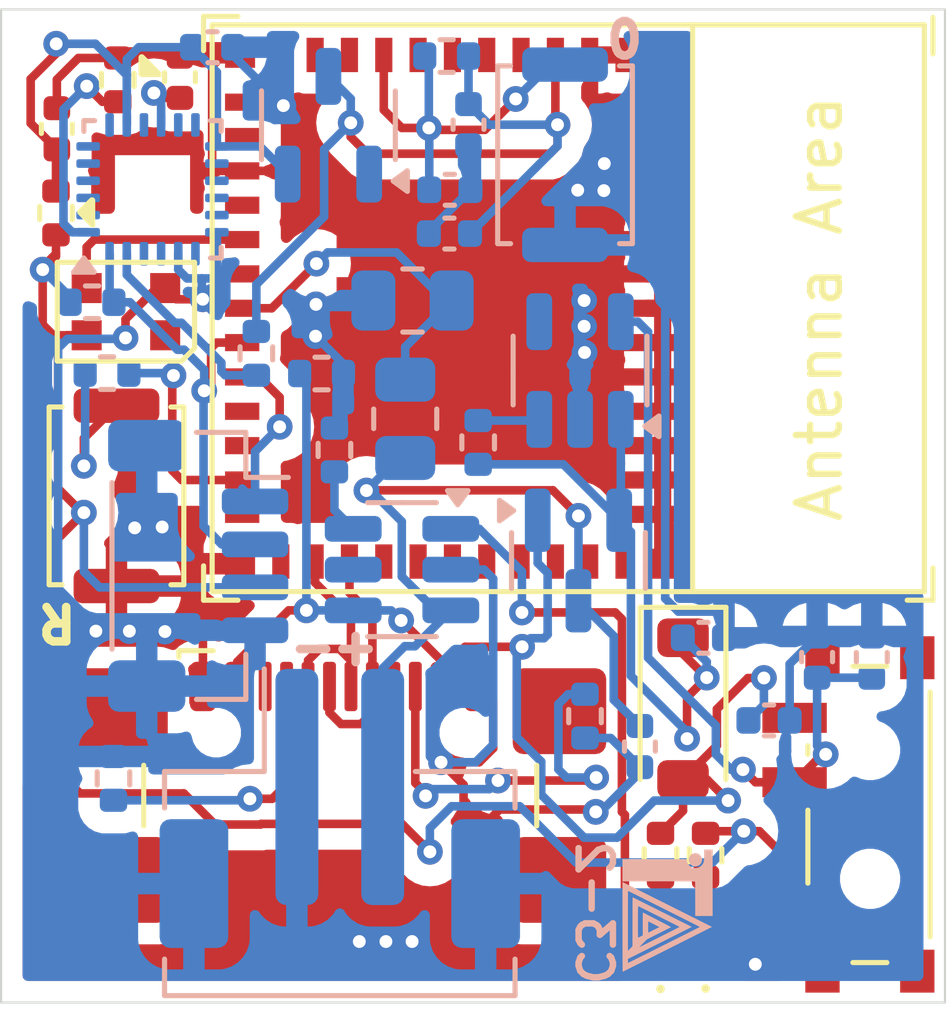
<source format=kicad_pcb>
(kicad_pcb (version 20240108) (generator "pcbnew") (generator_version "8.0")
  (layers (0 "F.Cu" signal) (31 "B.Cu" signal) (34 "B.Paste" user) (35 "F.Paste" user) (36 "B.SilkS" user "B.Silkscreen") (37 "F.SilkS" user "F.Silkscreen") (38 "B.Mask" user) (39 "F.Mask" user) (44 "Edge.Cuts" user))
  (net 0 "")
  (net 1 "SDA")
  (net 2 "SCL")
  (net 3 "+3V3")
  (net 4 "Net-(D4-K)")
  (net 5 "GND")
  (net 6 "RGB_DI")
  (net 7 "RESET")
  (net 8 "+BATT")
  (net 9 "Net-(D2-K)")
  (net 10 "USB_N")
  (net 11 "VBUS")
  (net 12 "Net-(D1-A)")
  (net 13 "Net-(D2-A)")
  (net 14 "USB_P")
  (net 16 "SP_BAT")
  (net 17 "BOOT")
  (net 19 "Net-(U1-PROG)")
  (net 21 "Net-(U4-EN)")
  (net 41 "+1V8")
  (net 42 "Net-(U6-REGOUT)")
  (net 43 "Net-(U6-RESV_VDDIO)")
  (net 55 "Net-(J2-CC2)")
  (net 58 "Net-(J2-CC1)")
  (net 59 "Net-(SW1-A)")
  (net 62 "Net-(SW3-C)")
  (footprint "Resistor_SMD:R_0402_1005Metric" (layer "F.Cu") (at 142.775 81.905 -90)
    (property "Reference" "R3" (hide yes))
    (property "Value" "2K" (hide yes))
  )
  (footprint "Connector_USB:USB_C_Receptacle_GCT_USB4110" (layer "F.Cu") (at 134.26 81.655)
    (property "Reference" "J2" (hide yes))
    (property "Value" "USB_C_Receptacle_USB2.0_16P" (hide yes))
  )
  (footprint "LED_SMD:LED_WS2812B-2020_PLCC4_2.0x2.0mm" (layer "F.Cu") (at 129.265 69.245 180)
    (property "Reference" "D3" (hide yes))
    (property "Value" "WS2812B-2020" (hide yes))
  )
  (footprint "Capacitor_SMD:C_0402_1005Metric" (layer "F.Cu") (at 127.655 64.985 90)
    (property "Reference" "C11" (hide yes))
    (property "Value" "1uF" (hide yes))
  )
  (footprint "LED_SMD:LED_0402_1005Metric" (layer "F.Cu") (at 142.775 83.92 90)
    (property "Reference" "D1" (hide yes))
    (property "Value" "RED" (hide yes))
  )
  (footprint "Capacitor_SMD:C_0402_1005Metric" (layer "F.Cu") (at 130.525 63.785 90)
    (property "Reference" "C13" (hide yes))
    (property "Value" "0.1uF" (hide yes))
  )
  (footprint "PCM_Espressif:ESP32-C3-MINI-1" (layer "F.Cu") (at 139.575 69.165 -90)
    (property "Reference" "U3" (hide yes))
    (property "Value" "ESP32-C3-MINI-1" (hide yes))
  )
  (footprint "Resistor_SMD:R_0402_1005Metric" (layer "F.Cu") (at 141.725 81.905 90)
    (property "Reference" "R10" (hide yes))
    (property "Value" "2K" (hide yes))
  )
  (footprint "Diode_SMD:D_SOD-123" (layer "F.Cu") (at 142.25 78.49 -90)
    (property "Reference" "D4" (hide yes))
    (property "Value" "MBR0530" (hide yes))
  )
  (footprint "Button_Switch_SMD:SW_Push_SPST_NO_Alps_SKRK" (layer "F.Cu") (at 129.045 73.535 -90)
    (property "Reference" "SW1" (hide yes))
    (property "Value" "Boot" (hide yes))
  )
  (footprint "LED_SMD:LED_0402_1005Metric" (layer "F.Cu") (at 141.725 83.93 90)
    (property "Reference" "D2" (hide yes))
    (property "Value" "BLUE" (hide yes))
  )
  (footprint "Resistor_SMD:R_0402_1005Metric" (layer "F.Cu") (at 129.075 63.845 90)
    (property "Reference" "R15" (hide yes))
    (property "Value" "NC" (hide yes))
  )
  (footprint "Resistor_SMD:R_0402_1005Metric" (layer "F.Cu") (at 127.635 66.945 -90)
    (property "Reference" "R8" (hide yes))
    (property "Value" "NC" (hide yes))
  )
  (footprint "Button_Switch_SMD:SW_SPDT_PCM12" (layer "F.Cu") (at 146.28 80.955 90)
    (property "Reference" "SW3" (hide yes))
    (property "Value" "SW_SPDT_312" (hide yes))
  )
  (footprint "Resistor_SMD:R_0402_1005Metric" (layer "B.Cu") (at 133.825 70.685)
    (property "Reference" "R12" (hide yes))
    (property "Value" "10K" (hide yes))
  )
  (footprint "Resistor_SMD:R_0402_1005Metric" (layer "B.Cu") (at 128.825 70.675 180)
    (property "Reference" "R1" (hide yes))
    (property "Value" "10K" (hide yes))
  )
  (footprint "Capacitor_SMD:C_0402_1005Metric" (layer "B.Cu") (at 141.245 79.375 -90)
    (property "Reference" "C2" (hide yes))
    (property "Value" "10uF" (hide yes))
  )
  (footprint "Button_Switch_SMD:SW_Push_SPST_NO_Alps_SKRK" (layer "B.Cu") (at 139.5 65.59 -90)
    (property "Reference" "SW2" (hide yes))
    (property "Value" "Reset" (hide yes))
  )
  (footprint "LOGO" (layer "B.Cu") (at 141.915 83.275 90)
    (property "Reference" "G***" (hide yes))
    (property "Value" "LOGO" (hide yes))
  )
  (footprint "Package_TO_SOT_SMD:TSOT-23-6" (layer "B.Cu") (at 135.7 75.2525 180)
    (property "Reference" "U1" (hide yes))
    (property "Value" "TP4057" (hide yes))
  )
  (footprint "Capacitor_SMD:C_0402_1005Metric" (layer "B.Cu") (at 144.255 78.765)
    (property "Reference" "C3" (hide yes))
    (property "Value" "10uF" (hide yes))
  )
  (footprint "Resistor_SMD:R_0805_2012Metric" (layer "B.Cu") (at 135.775 71.74 90)
    (property "Reference" "R4" (hide yes))
    (property "Value" "442K" (hide yes))
  )
  (footprint "Capacitor_SMD:C_0402_1005Metric" (layer "B.Cu") (at 142.725 76.84)
    (property "Reference" "C7" (hide yes))
    (property "Value" "1.0uF" (hide yes))
  )
  (footprint "Resistor_SMD:R_0402_1005Metric" (layer "B.Cu") (at 139.965 78.665 90)
    (property "Reference" "R6" (hide yes))
    (property "Value" "5.1K" (hide yes))
  )
  (footprint "Capacitor_SMD:C_0402_1005Metric" (layer "B.Cu") (at 136.815 66.405)
    (property "Reference" "C4" (hide yes))
    (property "Value" "100nF" (hide yes))
  )
  (footprint "Connector_JST:JST_PH_B2B-PH-SM4-TB_1x02-1MP_P2.00mm_Vertical" (layer "B.Cu") (at 134.25 80.815)
    (property "Reference" "J1" (hide yes))
    (property "Value" "PH2.0" (hide yes))
  )
  (footprint "Capacitor_SMD:C_0402_1005Metric" (layer "B.Cu") (at 145.375 77.29 90)
    (property "Reference" "C9" (hide yes))
    (property "Value" "1.0uF" (hide yes))
  )
  (footprint "Resistor_SMD:R_0402_1005Metric" (layer "B.Cu") (at 128.975 80.115 -90)
    (property "Reference" "R7" (hide yes))
    (property "Value" "5.1K" (hide yes))
  )
  (footprint "Resistor_SMD:R_0402_1005Metric" (layer "B.Cu") (at 128.475 69.025)
    (property "Reference" "R9" (hide yes))
    (property "Value" "10K" (hide yes))
  )
  (footprint "Capacitor_SMD:C_0402_1005Metric" (layer "B.Cu") (at 137.25 64.89 -90)
    (property "Reference" "C1" (hide yes))
    (property "Value" "1.0uF" (hide yes))
  )
  (footprint "Capacitor_SMD:C_0402_1005Metric" (layer "B.Cu") (at 146.65 77.29 90)
    (property "Reference" "C8" (hide yes))
    (property "Value" "1.0uF" (hide yes))
  )
  (footprint "Package_TO_SOT_SMD:SOT-23-5" (layer "B.Cu") (at 139.85 70.615 90)
    (property "Reference" "U4" (hide yes))
    (property "Value" "AP2112K-3.3" (hide yes))
  )
  (footprint "Resistor_SMD:R_0402_1005Metric" (layer "B.Cu") (at 137.475 72.29 90)
    (property "Reference" "R13" (hide yes))
    (property "Value" "10K" (hide yes))
  )
  (footprint "Resistor_SMD:R_0805_2012Metric" (layer "B.Cu") (at 135.945 68.985 180)
    (property "Reference" "R5" (hide yes))
    (property "Value" "160K" (hide yes))
  )
  (footprint "Resistor_SMD:R_0402_1005Metric" (layer "B.Cu") (at 132.305 70.215 90)
    (property "Reference" "R14" (hide yes))
    (property "Value" "10K" (hide yes))
  )
  (footprint "Package_TO_SOT_SMD:SOT-23" (layer "B.Cu") (at 139.8125 75.04 -90)
    (property "Reference" "Q1" (hide yes))
    (property "Value" "AO3401A" (hide yes))
  )
  (footprint "Resistor_SMD:R_0402_1005Metric" (layer "B.Cu") (at 134.125 72.465 90)
    (property "Reference" "R2" (hide yes))
    (property "Value" "2K" (hide yes))
  )
  (footprint "Sensor_Motion:InvenSense_QFN-24_3x3mm_P0.4mm" (layer "B.Cu") (at 129.885 66.395)
    (property "Reference" "U6" (hide yes))
    (property "Value" "MPU-9250" (hide yes))
  )
  (footprint "Connector_JST:JST_SH_BM04B-SRSS-TB_1x04-1MP_P1.00mm_Vertical" (layer "B.Cu") (at 130.95 75.165 -90)
    (property "Reference" "J3" (hide yes))
    (property "Value" "SH1.0" (hide yes))
  )
  (footprint "Capacitor_SMD:C_0402_1005Metric" (layer "B.Cu") (at 131.285 63.085)
    (property "Reference" "C12" (hide yes))
    (property "Value" "1uF" (hide yes))
  )
  (footprint "Capacitor_SMD:C_0402_1005Metric" (layer "B.Cu") (at 136.805 67.425 180)
    (property "Reference" "C10" (hide yes))
    (property "Value" "1uF" (hide yes))
  )
  (footprint "Resistor_SMD:R_0402_1005Metric" (layer "B.Cu") (at 136.74 63.29 180)
    (property "Reference" "R11" (hide yes))
    (property "Value" "10K" (hide yes))
  )
  (footprint "Package_TO_SOT_SMD:SOT-23-3" (layer "B.Cu") (at 133.985 64.9025 90)
    (property "Reference" "U5" (hide yes))
    (property "Value" "XC6206P182MR" (hide yes))
  )
  (gr_poly (pts (xy 129.633162 63.705) (xy 129.633162 63.323162) (xy 130.015 63.705)) (stroke (width 0.15)) (fill solid) (layer "F.SilkS"))
  (gr_poly (pts (xy 128.205 66.925) (xy 128.475 67.195) (xy 128.475 66.655)) (stroke (width 0.15)) (fill solid) (layer "F.SilkS"))
  (gr_line (start 148.355 62.205) (end 148.355 85.335) (stroke (width 0.05)) (layer "Edge.Cuts"))
  (gr_line (start 148.355 85.335) (end 126.355 85.335) (stroke (width 0.05)) (layer "Edge.Cuts"))
  (gr_line (start 148.355 62.205) (end 126.355 62.205) (stroke (width 0.05)) (layer "Edge.Cuts"))
  (gr_line (start 126.355 62.205) (end 126.355 85.335) (stroke (width 0.05)) (layer "Edge.Cuts"))
  (gr_text "C3-2" (at 139.71 85 270) (layer "B.SilkS") (effects (font (size 0.8 0.8) (thickness 0.15) (bold yes)) (justify left bottom mirror)))
  (gr_text "0" (at 140.375 63.385 0) (layer "B.SilkS") (effects (font (size 0.8 0.8) (thickness 0.2) (bold yes)) (justify right bottom mirror)))
  (gr_text "+-" (at 135.245 77.515 0) (layer "B.SilkS") (effects (font (size 0.8 0.8) (thickness 0.2) (bold yes)) (justify left bottom mirror)))
  (gr_text "R" (at 128.195 76.015 180) (layer "F.SilkS") (effects (font (size 0.8 0.8) (thickness 0.2) (bold yes)) (justify left bottom)))
  (segment (start 131.375 69.965) (end 131.975 69.965) (width 0.2) (layer "F.Cu") (net 1))
  (segment (start 131.25 70.09) (end 131.375 69.965) (width 0.2) (layer "F.Cu") (net 1))
  (segment (start 131.089941 71.086324) (end 131.25 70.926265) (width 0.2) (layer "F.Cu") (net 1))
  (segment (start 131.25 70.926265) (end 131.25 70.09) (width 0.2) (layer "F.Cu") (net 1))
  (via (at 131.089941 71.086324) (size 0.6) (drill 0.3) (layers "F.Cu" "B.Cu") (net 1))
  (segment (start 131.074998 71.101267) (end 131.074998 74.239997) (width 0.2) (layer "B.Cu") (net 1))
  (segment (start 131.074998 74.239997) (end 131.500001 74.665) (width 0.2) (layer "B.Cu") (net 1))
  (segment (start 131.089941 71.086324) (end 131.074998 71.101267) (width 0.2) (layer "B.Cu") (net 1))
  (segment (start 129.358238 69.025) (end 128.985 69.025) (width 0.2) (layer "B.Cu") (net 1))
  (segment (start 131.500001 74.665) (end 132.275 74.665) (width 0.2) (layer "B.Cu") (net 1))
  (segment (start 128.985 69.025) (end 128.885 68.925) (width 0.2) (layer "B.Cu") (net 1))
  (segment (start 131.089941 70.599214) (end 130.621716 70.130989) (width 0.2) (layer "B.Cu") (net 1))
  (segment (start 130.464227 70.130989) (end 129.358238 69.025) (width 0.2) (layer "B.Cu") (net 1))
  (segment (start 128.885 68.925) (end 128.885 67.895) (width 0.2) (layer "B.Cu") (net 1))
  (segment (start 131.089941 71.086324) (end 131.089941 70.599214) (width 0.2) (layer "B.Cu") (net 1))
  (segment (start 130.621716 70.130989) (end 130.464227 70.130989) (width 0.2) (layer "B.Cu") (net 1))
  (segment (start 132.848257 71.926337) (end 132.848257 71.238257) (width 0.2) (layer "F.Cu") (net 2))
  (segment (start 132.375 70.765) (end 131.975 70.765) (width 0.2) (layer "F.Cu") (net 2))
  (segment (start 132.848257 71.238257) (end 132.375 70.765) (width 0.2) (layer "F.Cu") (net 2))
  (via (at 132.848257 71.926337) (size 0.6) (drill 0.3) (layers "F.Cu" "B.Cu") (net 2))
  (segment (start 131.489941 70.637795) (end 131.489941 70.433528) (width 0.2) (layer "B.Cu") (net 2))
  (segment (start 130.403924 69.505) (end 129.285 68.386076) (width 0.2) (layer "B.Cu") (net 2))
  (segment (start 132.275 73.665) (end 131.975 73.365) (width 0.2) (layer "B.Cu") (net 2))
  (segment (start 130.561413 69.505) (end 130.403924 69.505) (width 0.2) (layer "B.Cu") (net 2))
  (segment (start 132.275 73.665) (end 132.275 72.499594) (width 0.2) (layer "B.Cu") (net 2))
  (segment (start 131.489941 70.433528) (end 130.561413 69.505) (width 0.2) (layer "B.Cu") (net 2))
  (segment (start 132.305 70.725) (end 131.577146 70.725) (width 0.2) (layer "B.Cu") (net 2))
  (segment (start 131.577146 70.725) (end 131.489941 70.637795) (width 0.2) (layer "B.Cu") (net 2))
  (segment (start 129.285 68.386076) (end 129.285 67.895) (width 0.2) (layer "B.Cu") (net 2))
  (segment (start 132.275 72.499594) (end 132.848257 71.926337) (width 0.2) (layer "B.Cu") (net 2))
  (segment (start 127.685 70.005) (end 127.685 73.365) (width 0.2) (layer "F.Cu") (net 3))
  (segment (start 127.895 69.795) (end 127.685 70.005) (width 0.2) (layer "F.Cu") (net 3))
  (segment (start 128.245 73.925) (end 128.285 73.925) (width 0.2) (layer "F.Cu") (net 3))
  (segment (start 130.615 80.465) (end 128.195 80.465) (width 0.2) (layer "F.Cu") (net 3))
  (segment (start 139.275 64.84) (end 139.325 64.89) (width 0.2) (layer "F.Cu") (net 3))
  (segment (start 143.665 81.345) (end 144.03 81.345) (width 0.2) (layer "F.Cu") (net 3))
  (segment (start 128.195 80.465) (end 127.565 79.835) (width 0.2) (layer "F.Cu") (net 3))
  (segment (start 136.35 81.825) (end 135.7 81.175) (width 0.2) (layer "F.Cu") (net 3))
  (segment (start 143.665 81.345) (end 142.825 81.345) (width 0.2) (layer "F.Cu") (net 3))
  (segment (start 144.03 81.345) (end 144.55 81.865) (width 0.2) (layer "F.Cu") (net 3))
  (segment (start 134.505 64.845) (end 134.505 65.175) (width 0.2) (layer "F.Cu") (net 3))
  (segment (start 131.34 81.19) (end 130.615 80.465) (width 0.2) (layer "F.Cu") (net 3))
  (segment (start 144.55 81.865) (end 144.55 83.19) (width 0.2) (layer "F.Cu") (net 3))
  (segment (start 132.418529 81.175) (end 132.403529 81.19) (width 0.2) (layer "F.Cu") (net 3))
  (segment (start 128.35 69.795) (end 127.895 69.795) (width 0.2) (layer "F.Cu") (net 3))
  (segment (start 139.145 65.565) (end 139.325 65.385) (width 0.2) (layer "F.Cu") (net 3))
  (segment (start 127.325 68.205) (end 127.325 69.545) (width 0.2) (layer "F.Cu") (net 3))
  (segment (start 127.635 67.895) (end 127.325 68.205) (width 0.2) (layer "F.Cu") (net 3))
  (segment (start 134.505 65.175) (end 134.895 65.565) (width 0.2) (layer "F.Cu") (net 3))
  (segment (start 127.565 74.645) (end 128.285 73.925) (width 0.2) (layer "F.Cu") (net 3))
  (segment (start 127.635 67.955) (end 127.635 67.895) (width 0.2) (layer "F.Cu") (net 3))
  (segment (start 134.895 65.565) (end 139.145 65.565) (width 0.2) (layer "F.Cu") (net 3))
  (segment (start 127.575 69.795) (end 128.35 69.795) (width 0.2) (layer "F.Cu") (net 3))
  (segment (start 139.325 65.385) (end 139.325 64.89) (width 0.2) (layer "F.Cu") (net 3))
  (segment (start 132.403529 81.19) (end 131.34 81.19) (width 0.2) (layer "F.Cu") (net 3))
  (segment (start 127.685 73.365) (end 128.245 73.925) (width 0.2) (layer "F.Cu") (net 3))
  (segment (start 127.325 68.265) (end 127.635 67.955) (width 0.2) (layer "F.Cu") (net 3))
  (segment (start 127.325 69.545) (end 127.575 69.795) (width 0.2) (layer "F.Cu") (net 3))
  (segment (start 135.7 81.175) (end 132.418529 81.175) (width 0.2) (layer "F.Cu") (net 3))
  (segment (start 139.275 63.265) (end 139.275 64.84) (width 0.2) (layer "F.Cu") (net 3))
  (segment (start 142.825 81.345) (end 142.775 81.395) (width 0.2) (layer "F.Cu") (net 3))
  (segment (start 127.565 79.835) (end 127.565 74.645) (width 0.2) (layer "F.Cu") (net 3))
  (segment (start 127.635 67.455) (end 127.635 67.895) (width 0.2) (layer "F.Cu") (net 3))
  (via (at 136.35 81.825) (size 0.6) (drill 0.3) (layers "F.Cu" "B.Cu") (net 3))
  (via (at 134.505 64.845) (size 0.6) (drill 0.3) (layers "F.Cu" "B.Cu") (net 3))
  (via (at 143.665 81.345) (size 0.6) (drill 0.3) (layers "F.Cu" "B.Cu") (net 3))
  (via (at 127.325 68.265) (size 0.6) (drill 0.3) (layers "F.Cu" "B.Cu") (net 3))
  (via (at 128.285 73.925) (size 0.6) (drill 0.3) (layers "F.Cu" "B.Cu") (net 3))
  (via (at 139.325 64.89) (size 0.6) (drill 0.3) (layers "F.Cu" "B.Cu") (net 3))
  (segment (start 128.65 75.665) (end 132.275 75.665) (width 0.2) (layer "B.Cu") (net 3))
  (segment (start 133.885 65.465) (end 134.505 64.845) (width 0.2) (layer "B.Cu") (net 3))
  (segment (start 137.25 64.41) (end 137.73 64.89) (width 0.2) (layer "B.Cu") (net 3))
  (segment (start 143.665 81.345) (end 142.935 82.075) (width 0.2) (layer "B.Cu") (net 3))
  (segment (start 134.505 64.845) (end 134.505 64.285) (width 0.2) (layer "B.Cu") (net 3))
  (segment (start 134.505 64.285) (end 133.985 63.765) (width 0.2) (layer "B.Cu") (net 3))
  (segment (start 136.855 80.765) (end 136.35 81.27) (width 0.2) (layer "B.Cu") (net 3))
  (segment (start 132.305 68.61) (end 133.885 67.03) (width 0.2) (layer "B.Cu") (net 3))
  (segment (start 133.885 67.03) (end 133.885 65.465) (width 0.2) (layer "B.Cu") (net 3))
  (segment (start 127.965 69.025) (end 127.965 68.905) (width 0.2) (layer "B.Cu") (net 3))
  (segment (start 137.25 63.29) (end 137.25 64.41) (width 0.2) (layer "B.Cu") (net 3))
  (segment (start 139.325 65.385) (end 139.325 64.89) (width 0.2) (layer "B.Cu") (net 3))
  (segment (start 127.965 68.905) (end 127.325 68.265) (width 0.2) (layer "B.Cu") (net 3))
  (segment (start 142.935 82.075) (end 139.755 82.075) (width 0.2) (layer "B.Cu") (net 3))
  (segment (start 137.73 64.89) (end 139.325 64.89) (width 0.2) (layer "B.Cu") (net 3))
  (segment (start 137.285 67.425) (end 139.325 65.385) (width 0.2) (layer "B.Cu") (net 3))
  (segment (start 136.35 81.27) (end 136.35 81.825) (width 0.2) (layer "B.Cu") (net 3))
  (segment (start 132.305 69.705) (end 132.305 68.61) (width 0.2) (layer "B.Cu") (net 3))
  (segment (start 128.285 75.3) (end 128.65 75.665) (width 0.2) (layer "B.Cu") (net 3))
  (segment (start 139.755 82.075) (end 138.445 80.765) (width 0.2) (layer "B.Cu") (net 3))
  (segment (start 128.285 73.925) (end 128.285 75.3) (width 0.2) (layer "B.Cu") (net 3))
  (segment (start 138.445 80.765) (end 136.855 80.765) (width 0.2) (layer "B.Cu") (net 3))
  (segment (start 142.801765 77.768235) (end 142.343728 78.226272) (width 0.2) (layer "F.Cu") (net 4))
  (segment (start 142.25 76.84) (end 142.25 77.21647) (width 0.2) (layer "F.Cu") (net 4))
  (segment (start 142.25 77.21647) (end 142.801765 77.768235) (width 0.2) (layer "F.Cu") (net 4))
  (segment (start 142.343728 78.226272) (end 142.343728 79.19) (width 0.2) (layer "F.Cu") (net 4))
  (via (at 142.343728 79.19) (size 0.6) (drill 0.3) (layers "F.Cu" "B.Cu") (net 4))
  (via (at 142.801765 77.768235) (size 0.6) (drill 0.3) (layers "F.Cu" "B.Cu") (net 4))
  (segment (start 142.801765 77.396765) (end 142.245 76.84) (width 0.2) (layer "B.Cu") (net 4))
  (segment (start 140.8 71.7525) (end 140.8 74.065) (width 0.2) (layer "B.Cu") (net 4))
  (segment (start 142.343728 79.035199) (end 141.035 77.726471) (width 0.2) (layer "B.Cu") (net 4))
  (segment (start 139.46 72.8) (end 140.7625 74.1025) (width 0.2) (layer "B.Cu") (net 4))
  (segment (start 140.8 74.065) (end 140.7625 74.1025) (width 0.2) (layer "B.Cu") (net 4))
  (segment (start 142.343728 79.19) (end 142.343728 79.035199) (width 0.2) (layer "B.Cu") (net 4))
  (segment (start 142.801765 77.768235) (end 142.801765 77.396765) (width 0.2) (layer "B.Cu") (net 4))
  (segment (start 137.475 72.8) (end 139.46 72.8) (width 0.2) (layer "B.Cu") (net 4))
  (segment (start 141.035 77.726471) (end 141.035 74.375) (width 0.2) (layer "B.Cu") (net 4))
  (segment (start 141.035 74.375) (end 140.7625 74.1025) (width 0.2) (layer "B.Cu") (net 4))
  (segment (start 128.158406 63.335) (end 129.075 63.335) (width 0.2) (layer "F.Cu") (net 5))
  (segment (start 130.175 76.695) (end 130.865 76.695) (width 0.2) (layer "F.Cu") (net 5))
  (segment (start 131.925 63.215) (end 132.825 63.215) (width 0.2) (layer "F.Cu") (net 5))
  (segment (start 137.135 80.263495) (end 136.609999 79.738494) (width 0.2) (layer "F.Cu") (net 5))
  (segment (start 137.501506 79.738494) (end 137.825 79.415) (width 0.2) (layer "F.Cu") (net 5))
  (segment (start 132.935 63.325) (end 132.875 63.265) (width 0.2) (layer "F.Cu") (net 5))
  (segment (start 127.655 63.838406) (end 128.158406 63.335) (width 0.2) (layer "F.Cu") (net 5))
  (segment (start 140.215769 80.895) (end 140.145 80.895) (width 0.2) (layer "F.Cu") (net 5))
  (segment (start 131.975 65.965) (end 133.675 65.965) (width 0.2) (layer "F.Cu") (net 5))
  (segment (start 130.865 76.695) (end 131.06 76.89) (width 0.2) (layer "F.Cu") (net 5))
  (segment (start 127.562567 64.512567) (end 127.675 64.625) (width 0.2) (layer "F.Cu") (net 5))
  (segment (start 129.255727 69.855001) (end 129.255727 69.419273) (width 0.2) (layer "F.Cu") (net 5))
  (segment (start 131.275 65.735) (end 131.505 65.965) (width 0.2) (layer "F.Cu") (net 5))
  (segment (start 136.609999 79.738494) (end 137.501506 79.738494) (width 0.2) (layer "F.Cu") (net 5))
  (segment (start 129.98 68.695) (end 130.18 68.695) (width 0.2) (layer "F.Cu") (net 5))
  (segment (start 129.255727 69.419273) (end 129.98 68.695) (width 0.2) (layer "F.Cu") (net 5))
  (segment (start 137.63 81.185) (end 137.135 81.185) (width 0.2) (layer "F.Cu") (net 5))
  (segment (start 132.935 64.445) (end 132.935 63.325) (width 0.2) (layer "F.Cu") (net 5))
  (segment (start 132.825 63.215) (end 132.875 63.265) (width 0.2) (layer "F.Cu") (net 5))
  (segment (start 131.06 76.89) (end 131.06 77.975) (width 0.2) (layer "F.Cu") (net 5))
  (segment (start 137.825 78.34) (end 137.46 77.975) (width 0.2) (layer "F.Cu") (net 5))
  (segment (start 131.505 65.965) (end 131.975 65.965) (width 0.2) (layer "F.Cu") (net 5))
  (segment (start 133.675 65.965) (end 134.9 67.19) (width 0.2) (layer "F.Cu") (net 5))
  (segment (start 137.825 79.415) (end 137.825 78.34) (width 0.2) (layer "F.Cu") (net 5))
  (segment (start 140.09 80.84) (end 137.975 80.84) (width 0.2) (layer "F.Cu") (net 5))
  (segment (start 137.975 80.84) (end 137.63 81.185) (width 0.2) (layer "F.Cu") (net 5))
  (segment (start 130.44 68.955) (end 130.18 68.695) (width 0.2) (layer "F.Cu") (net 5))
  (segment (start 131.275 63.405) (end 131.275 65.735) (width 0.2) (layer "F.Cu") (net 5))
  (segment (start 137.135 81.185) (end 137.135 80.263495) (width 0.2) (layer "F.Cu") (net 5))
  (segment (start 131.055 68.955) (end 130.44 68.955) (width 0.2) (layer "F.Cu") (net 5))
  (segment (start 131.465 63.215) (end 131.275 63.405) (width 0.2) (layer "F.Cu") (net 5))
  (segment (start 127.655 64.505) (end 127.655 63.838406) (width 0.2) (layer "F.Cu") (net 5))
  (segment (start 131.925 63.215) (end 131.465 63.215) (width 0.2) (layer "F.Cu") (net 5))
  (segment (start 140.145 80.895) (end 140.09 80.84) (width 0.2) (layer "F.Cu") (net 5))
  (via (at 131.055 68.955) (size 0.6) (drill 0.3) (layers "F.Cu" "B.Cu") (net 5))
  (via (at 140.415 65.795) (size 0.6) (drill 0.3) (layers "F.Cu" "B.Cu") (net 5))
  (via (at 139.795 66.415) (size 0.6) (drill 0.3) (layers "F.Cu" "B.Cu") (net 5))
  (via (at 139.945 69.585) (size 0.6) (drill 0.3) (layers "F.Cu" "B.Cu") (net 5))
  (via (at 143.935 84.445) (size 0.6) (drill 0.3) (layers "F.Cu" "B.Cu") (net 5))
  (via (at 140.405 66.425) (size 0.6) (drill 0.3) (layers "F.Cu" "B.Cu") (net 5))
  (via (at 129.255727 69.855001) (size 0.6) (drill 0.3) (layers "F.Cu" "B.Cu") (net 5))
  (via (at 129.345 76.685) (size 0.6) (drill 0.3) (layers "F.Cu" "B.Cu") (net 5))
  (via (at 132.935 64.445) (size 0.6) (drill 0.3) (layers "F.Cu" "B.Cu") (net 5))
  (via (at 130.175 76.695) (size 0.6) (drill 0.3) (layers "F.Cu" "B.Cu") (net 5))
  (via (at 133.685 69.815) (size 0.6) (drill 0.3) (layers "F.Cu" "B.Cu") (net 5))
  (via (at 136.609999 79.738494) (size 0.6) (drill 0.3) (layers "F.Cu" "B.Cu") (net 5))
  (via (at 128.565 76.685) (size 0.6) (drill 0.3) (layers "F.Cu" "B.Cu") (net 5))
  (via (at 135.325 83.915) (size 0.6) (drill 0.3) (layers "F.Cu" "B.Cu") (net 5))
  (via (at 129.47 74.28) (size 0.6) (drill 0.3) (layers "F.Cu" "B.Cu") (net 5))
  (via (at 130.11 74.26) (size 0.6) (drill 0.3) (layers "F.Cu" "B.Cu") (net 5))
  (via (at 133.695 69.075) (size 0.6) (drill 0.3) (layers "F.Cu" "B.Cu") (net 5))
  (via (at 140.215769 80.895) (size 0.6) (drill 0.3) (layers "F.Cu" "B.Cu") (net 5))
  (via (at 139.955 70.195) (size 0.6) (drill 0.3) (layers "F.Cu" "B.Cu") (net 5))
  (via (at 134.705 83.915) (size 0.6) (drill 0.3) (layers "F.Cu" "B.Cu") (net 5))
  (via (at 139.945 68.985) (size 0.6) (drill 0.3) (layers "F.Cu" "B.Cu") (net 5))
  (via (at 135.935 83.915) (size 0.6) (drill 0.3) (layers "F.Cu" "B.Cu") (net 5))
  (segment (start 127.685 70.095) (end 127.685 75.805) (width 0.2) (layer "B.Cu") (net 5))
  (segment (start 141.835 67.995) (end 141.835 75.925) (width 0.2) (layer "B.Cu") (net 5))
  (segment (start 131.385 68.355) (end 131.385 67.395) (width 0.2) (layer "B.Cu") (net 5))
  (segment (start 134.125 71.955) (end 134.335 71.745) (width 0.2) (layer "B.Cu") (net 5))
  (segment (start 136.325 67.375) (end 137.295 66.405) (width 0.2) (layer "B.Cu") (net 5))
  (segment (start 144.735 78.765) (end 144.735 77.45) (width 0.2) (layer "B.Cu") (net 5))
  (segment (start 137.825 79.329594) (end 137.825 75.465) (width 0.2) (layer "B.Cu") (net 5))
  (segment (start 141.53 67.69) (end 141.835 67.995) (width 0.2) (layer "B.Cu") (net 5))
  (segment (start 137.6125 75.2525) (end 136.8375 75.2525) (width 0.2) (layer "B.Cu") (net 5))
  (segment (start 139.5 67.69) (end 141.53 67.69) (width 0.2) (layer "B.Cu") (net 5))
  (segment (start 134.335 70.685) (end 134.335 70.465) (width 0.2) (layer "B.Cu") (net 5))
  (segment (start 144.735 77.45) (end 145.375 76.81) (width 0.2) (layer "B.Cu") (net 5))
  (segment (start 141.245 79.976471) (end 141.245 79.855) (width 0.2) (layer "B.Cu") (net 5))
  (segment (start 136.325 67.425) (end 136.325 67.375) (width 0.2) (layer "B.Cu") (net 5))
  (segment (start 131.765 63.085) (end 131.765 63.275) (width 0.2) (layer "B.Cu") (net 5))
  (segment (start 134.335 71.745) (end 134.335 70.685) (width 0.2) (layer "B.Cu") (net 5))
  (segment (start 140.565 79.175) (end 139.965 79.175) (width 0.2) (layer "B.Cu") (net 5))
  (segment (start 130.485 67.895) (end 130.485 68.26636) (width 0.2) (layer "B.Cu") (net 5))
  (segment (start 137.825 75.465) (end 137.6125 75.2525) (width 0.2) (layer "B.Cu") (net 5))
  (segment (start 131.035 68.47) (end 131.27 68.47) (width 0.2) (layer "B.Cu") (net 5))
  (segment (start 142.98 76.23) (end 143.205 76.455) (width 0.2) (layer "B.Cu") (net 5))
  (segment (start 129.255727 69.855001) (end 129.233337 69.877391) (width 0.2) (layer "B.Cu") (net 5))
  (segment (start 127.685 75.805) (end 128.565 76.685) (width 0.2) (layer "B.Cu") (net 5))
  (segment (start 130.485 68.26636) (end 130.68864 68.47) (width 0.2) (layer "B.Cu") (net 5))
  (segment (start 129.233337 69.877391) (end 127.902609 69.877391) (width 0.2) (layer "B.Cu") (net 5))
  (segment (start 140.326471 80.895) (end 141.245 79.976471) (width 0.2) (layer "B.Cu") (net 5))
  (segment (start 141.245 79.855) (end 140.565 79.175) (width 0.2) (layer "B.Cu") (net 5))
  (segment (start 137.4161 79.738494) (end 137.825 79.329594) (width 0.2) (layer "B.Cu") (net 5))
  (segment (start 145.375 76.81) (end 145.345 76.84) (width 0.2) (layer "B.Cu") (net 5))
  (segment (start 145.345 76.84) (end 143.205 76.84) (width 0.2) (layer "B.Cu") (net 5))
  (segment (start 134.335 70.465) (end 133.685 69.815) (width 0.2) (layer "B.Cu") (net 5))
  (segment (start 131.765 63.275) (end 132.935 64.445) (width 0.2) (layer "B.Cu") (net 5))
  (segment (start 131.035 68.47) (end 131.035 68.935) (width 0.2) (layer "B.Cu") (net 5))
  (segment (start 142.14 76.23) (end 142.98 76.23) (width 0.2) (layer "B.Cu") (net 5))
  (segment (start 130.68864 68.47) (end 131.035 68.47) (width 0.2) (layer "B.Cu") (net 5))
  (segment (start 143.205 76.455) (end 143.205 76.84) (width 0.2) (layer "B.Cu") (net 5))
  (segment (start 141.835 75.925) (end 142.14 76.23) (width 0.2) (layer "B.Cu") (net 5))
  (segment (start 136.609999 79.738494) (end 137.4161 79.738494) (width 0.2) (layer "B.Cu") (net 5))
  (segment (start 127.902609 69.877391) (end 127.685 70.095) (width 0.2) (layer "B.Cu") (net 5))
  (segment (start 140.215769 80.895) (end 140.326471 80.895) (width 0.2) (layer "B.Cu") (net 5))
  (segment (start 131.27 68.47) (end 131.385 68.355) (width 0.2) (layer "B.Cu") (net 5))
  (segment (start 131.035 68.935) (end 131.055 68.955) (width 0.2) (layer "B.Cu") (net 5))
  (segment (start 128.35 67.74) (end 128.35 68.695) (width 0.2) (layer "F.Cu") (net 6))
  (segment (start 128.525 67.565) (end 128.35 67.74) (width 0.2) (layer "F.Cu") (net 6))
  (segment (start 131.975 67.565) (end 128.525 67.565) (width 0.2) (layer "F.Cu") (net 6))
  (segment (start 137.63 65.01) (end 136.37 65.01) (width 0.2) (layer "F.Cu") (net 7))
  (segment (start 138.35 64.29) (end 137.63 65.01) (width 0.2) (layer "F.Cu") (net 7))
  (segment (start 136.325 64.965) (end 135.695 64.965) (width 0.2) (layer "F.Cu") (net 7))
  (segment (start 135.275 64.545) (end 135.275 63.265) (width 0.2) (layer "F.Cu") (net 7))
  (segment (start 136.37 65.01) (end 136.325 64.965) (width 0.2) (layer "F.Cu") (net 7))
  (segment (start 135.695 64.965) (end 135.275 64.545) (width 0.2) (layer "F.Cu") (net 7))
  (via (at 136.325 64.965) (size 0.6) (drill 0.3) (layers "F.Cu" "B.Cu") (net 7))
  (via (at 138.35 64.29) (size 0.6) (drill 0.3) (layers "F.Cu" "B.Cu") (net 7))
  (segment (start 136.335 66.405) (end 136.335 64.975) (width 0.2) (layer "B.Cu") (net 7))
  (segment (start 136.325 64.965) (end 136.325 63.385) (width 0.2) (layer "B.Cu") (net 7))
  (segment (start 136.325 63.385) (end 136.23 63.29) (width 0.2) (layer "B.Cu") (net 7))
  (segment (start 136.335 64.975) (end 136.325 64.965) (width 0.2) (layer "B.Cu") (net 7))
  (segment (start 139.5 63.49) (end 139.15 63.49) (width 0.2) (layer "B.Cu") (net 7))
  (segment (start 139.15 63.49) (end 138.35 64.29) (width 0.2) (layer "B.Cu") (net 7))
  (segment (start 134.877281 73.405) (end 134.870958 73.411323) (width 0.2) (layer "F.Cu") (net 8))
  (segment (start 139.8125 74.001027) (end 139.216473 73.405) (width 0.2) (layer "F.Cu") (net 8))
  (segment (start 139.216473 73.405) (end 134.877281 73.405) (width 0.2) (layer "F.Cu") (net 8))
  (via (at 134.870958 73.411323) (size 0.6) (drill 0.3) (layers "F.Cu" "B.Cu") (net 8))
  (via (at 139.8125 74.001027) (size 0.6) (drill 0.3) (layers "F.Cu" "B.Cu") (net 8))
  (segment (start 136.484448 76.2025) (end 136.8375 76.2025) (width 0.2) (layer "B.Cu") (net 8))
  (segment (start 134.870958 73.411323) (end 134.974375 73.411323) (width 0.2) (layer "B.Cu") (net 8))
  (segment (start 134.974375 73.411323) (end 135.695 74.131948) (width 0.2) (layer "B.Cu") (net 8))
  (segment (start 135.629781 72.6525) (end 135.775 72.6525) (width 0.2) (layer "B.Cu") (net 8))
  (segment (start 134.870958 73.411323) (end 135.629781 72.6525) (width 0.2) (layer "B.Cu") (net 8))
  (segment (start 135.695 74.131948) (end 135.695 75.413052) (width 0.2) (layer "B.Cu") (net 8))
  (segment (start 141.245 78.895) (end 140.635 78.285) (width 0.2) (layer "B.Cu") (net 8))
  (segment (start 139.8125 74.001027) (end 139.8125 75.9775) (width 0.2) (layer "B.Cu") (net 8))
  (segment (start 135.25 77.55) (end 135.763336 77.036664) (width 0.2) (layer "B.Cu") (net 8))
  (segment (start 136.003336 77.036664) (end 136.8375 76.2025) (width 0.2) (layer "B.Cu") (net 8))
  (segment (start 135.25 80.315) (end 135.25 77.55) (width 0.2) (layer "B.Cu") (net 8))
  (segment (start 140.635 76.8) (end 139.8125 75.9775) (width 0.2) (layer "B.Cu") (net 8))
  (segment (start 140.635 78.285) (end 140.635 76.8) (width 0.2) (layer "B.Cu") (net 8))
  (segment (start 135.695 75.413052) (end 136.484448 76.2025) (width 0.2) (layer "B.Cu") (net 8))
  (segment (start 135.763336 77.036664) (end 136.003336 77.036664) (width 0.2) (layer "B.Cu") (net 8))
  (segment (start 140.895 80.963529) (end 140.895 83.585) (width 0.2) (layer "F.Cu") (net 9))
  (segment (start 140.825 76.405) (end 140.825 80.893529) (width 0.2) (layer "F.Cu") (net 9))
  (segment (start 140.670042 76.250042) (end 140.825 76.405) (width 0.2) (layer "F.Cu") (net 9))
  (segment (start 140.825 80.893529) (end 140.895 80.963529) (width 0.2) (layer "F.Cu") (net 9))
  (segment (start 140.895 83.585) (end 141.725 84.415) (width 0.2) (layer "F.Cu") (net 9))
  (segment (start 138.495 76.250042) (end 140.670042 76.250042) (width 0.2) (layer "F.Cu") (net 9))
  (via (at 138.495 76.250042) (size 0.6) (drill 0.3) (layers "F.Cu" "B.Cu") (net 9))
  (segment (start 137.499999 74.3025) (end 136.8375 74.3025) (width 0.2) (layer "B.Cu") (net 9))
  (segment (start 138.495 75.297501) (end 137.499999 74.3025) (width 0.2) (layer "B.Cu") (net 9))
  (segment (start 138.495 76.250042) (end 138.495 75.297501) (width 0.2) (layer "B.Cu") (net 9))
  (segment (start 133.51 77.36759) (end 133.77759 77.1) (width 0.2) (layer "F.Cu") (net 10))
  (segment (start 133.675 75.065) (end 133.675 75.55653) (width 0.2) (layer "F.Cu") (net 10))
  (segment (start 134.24241 77.1) (end 134.51 77.36759) (width 0.2) (layer "F.Cu") (net 10))
  (segment (start 134.51 76.39153) (end 134.51 77.975) (width 0.2) (layer "F.Cu") (net 10))
  (segment (start 133.675 75.55653) (end 134.51 76.39153) (width 0.2) (layer "F.Cu") (net 10))
  (segment (start 133.77759 77.1) (end 134.24241 77.1) (width 0.2) (layer "F.Cu") (net 10))
  (segment (start 134.51 77.36759) (end 134.51 77.975) (width 0.2) (layer "F.Cu") (net 10))
  (segment (start 133.51 77.975) (end 133.51 77.36759) (width 0.2) (layer "F.Cu") (net 10))
  (segment (start 133.471341 76.2014) (end 133.058601 76.2014) (width 0.2) (layer "F.Cu") (net 11))
  (segment (start 144.135 77.776994) (end 143.763006 77.776994) (width 0.2) (layer "F.Cu") (net 11))
  (segment (start 138.499865 77.05003) (end 137.169418 77.05003) (width 0.2) (layer "F.Cu") (net 11))
  (segment (start 142.25 80.14) (end 142.25 80.87) (width 0.2) (layer "F.Cu") (net 11))
  (segment (start 143.03897 78.50103) (end 143.03897 79.35103) (width 0.2) (layer "F.Cu") (net 11))
  (segment (start 136.66 77.416825) (end 135.679839 76.436664) (width 0.2) (layer "F.Cu") (net 11))
  (segment (start 131.86 77.400001) (end 131.86 77.975) (width 0.2) (layer "F.Cu") (net 11))
  (segment (start 136.66 77.559448) (end 136.66 77.975) (width 0.2) (layer "F.Cu") (net 11))
  (segment (start 133.058601 76.2014) (end 131.86 77.400001) (width 0.2) (layer "F.Cu") (net 11))
  (segment (start 142.25 80.87) (end 141.725 81.395) (width 0.2) (layer "F.Cu") (net 11))
  (segment (start 142.25 80.14) (end 142.807638 80.14) (width 0.2) (layer "F.Cu") (net 11))
  (segment (start 142.807638 80.14) (end 143.300499 80.632861) (width 0.2) (layer "F.Cu") (net 11))
  (segment (start 136.66 77.975) (end 136.66 77.416825) (width 0.2) (layer "F.Cu") (net 11))
  (segment (start 143.03897 79.35103) (end 142.25 80.14) (width 0.2) (layer "F.Cu") (net 11))
  (segment (start 143.763006 77.776994) (end 143.03897 78.50103) (width 0.2) (layer "F.Cu") (net 11))
  (segment (start 137.169418 77.05003) (end 136.66 77.559448) (width 0.2) (layer "F.Cu") (net 11))
  (via (at 143.300499 80.632861) (size 0.6) (drill 0.3) (layers "F.Cu" "B.Cu") (net 11))
  (via (at 144.135 77.776994) (size 0.6) (drill 0.3) (layers "F.Cu" "B.Cu") (net 11))
  (via (at 135.679839 76.436664) (size 0.6) (drill 0.3) (layers "F.Cu" "B.Cu") (net 11))
  (via (at 138.499865 77.05003) (size 0.6) (drill 0.3) (layers "F.Cu" "B.Cu") (net 11))
  (via (at 133.471341 76.2014) (size 0.6) (drill 0.3) (layers "F.Cu" "B.Cu") (net 11))
  (segment (start 143.300499 80.632861) (end 141.577139 80.632861) (width 0.2) (layer "B.Cu") (net 11))
  (segment (start 138.375 79.155) (end 138.375 77.174895) (width 0.2) (layer "B.Cu") (net 11))
  (segment (start 135.445675 76.2025) (end 134.5625 76.2025) (width 0.2) (layer "B.Cu") (net 11))
  (segment (start 138.945 80.495) (end 138.945 79.725) (width 0.2) (layer "B.Cu") (net 11))
  (segment (start 138.699853 76.850042) (end 139.009958 76.850042) (width 0.2) (layer "B.Cu") (net 11))
  (segment (start 139.095 75.331815) (end 138.8625 75.099315) (width 0.2) (layer "B.Cu") (net 11))
  (segment (start 133.471341 76.2014) (end 134.5614 76.2014) (width 0.2) (layer "B.Cu") (net 11))
  (segment (start 144.135 78.405) (end 143.775 78.765) (width 0.2) (layer "B.Cu") (net 11))
  (segment (start 138.945 79.725) (end 138.375 79.155) (width 0.2) (layer "B.Cu") (net 11))
  (segment (start 133.315 70.685) (end 133.471341 70.841341) (width 0.2) (layer "B.Cu") (net 11))
  (segment (start 135.679839 76.436664) (end 135.445675 76.2025) (width 0.2) (layer "B.Cu") (net 11))
  (segment (start 139.945 81.495) (end 138.945 80.495) (width 0.2) (layer "B.Cu") (net 11))
  (segment (start 138.375 77.174895) (end 138.699853 76.850042) (width 0.2) (layer "B.Cu") (net 11))
  (segment (start 144.135 77.776994) (end 144.135 78.405) (width 0.2) (layer "B.Cu") (net 11))
  (segment (start 140.715 81.495) (end 139.945 81.495) (width 0.2) (layer "B.Cu") (net 11))
  (segment (start 133.471341 70.841341) (end 133.471341 76.2014) (width 0.2) (layer "B.Cu") (net 11))
  (segment (start 141.577139 80.632861) (end 140.715 81.495) (width 0.2) (layer "B.Cu") (net 11))
  (segment (start 134.5614 76.2014) (end 134.5625 76.2025) (width 0.2) (layer "B.Cu") (net 11))
  (segment (start 139.009958 76.850042) (end 139.095 76.765) (width 0.2) (layer "B.Cu") (net 11))
  (segment (start 138.8625 75.099315) (end 138.8625 74.1025) (width 0.2) (layer "B.Cu") (net 11))
  (segment (start 139.095 76.765) (end 139.095 75.331815) (width 0.2) (layer "B.Cu") (net 11))
  (segment (start 142.775 83.435) (end 142.775 82.415) (width 0.2) (layer "F.Cu") (net 12))
  (segment (start 141.725 83.445) (end 141.725 82.415) (width 0.2) (layer "F.Cu") (net 13))
  (segment (start 134.475 75.790844) (end 135.01 76.325844) (width 0.2) (layer "F.Cu") (net 14))
  (segment (start 134.475 75.065) (end 134.475 75.790844) (width 0.2) (layer "F.Cu") (net 14))
  (segment (start 134.01 77.975) (end 134.01 78.58241) (width 0.2) (layer "F.Cu") (net 14))
  (segment (start 134.27759 78.85) (end 134.74241 78.85) (width 0.2) (layer "F.Cu") (net 14))
  (segment (start 134.74241 78.85) (end 135.01 78.58241) (width 0.2) (layer "F.Cu") (net 14))
  (segment (start 135.01 76.325844) (end 135.01 77.975) (width 0.2) (layer "F.Cu") (net 14))
  (segment (start 135.01 78.58241) (end 135.01 77.975) (width 0.2) (layer "F.Cu") (net 14))
  (segment (start 134.01 78.58241) (end 134.27759 78.85) (width 0.2) (layer "F.Cu") (net 14))
  (segment (start 133.705 68.125) (end 132.665 69.165) (width 0.2) (layer "F.Cu") (net 16))
  (segment (start 132.665 69.165) (end 131.975 69.165) (width 0.2) (layer "F.Cu") (net 16))
  (via (at 133.705 68.125) (size 0.6) (drill 0.3) (layers "F.Cu" "B.Cu") (net 16))
  (segment (start 135.575 67.865) (end 133.965 67.865) (width 0.2) (layer "B.Cu") (net 16))
  (segment (start 135.775 70.0675) (end 136.8575 68.985) (width 0.2) (layer "B.Cu") (net 16))
  (segment (start 135.775 70.8275) (end 135.775 70.0675) (width 0.2) (layer "B.Cu") (net 16))
  (segment (start 136.695 68.985) (end 135.575 67.865) (width 0.2) (layer "B.Cu") (net 16))
  (segment (start 133.965 67.865) (end 133.705 68.125) (width 0.2) (layer "B.Cu") (net 16))
  (segment (start 136.8575 68.985) (end 136.695 68.985) (width 0.2) (layer "B.Cu") (net 16))
  (segment (start 130.565 73.165) (end 131.975 73.165) (width 0.2) (layer "F.Cu") (net 17))
  (segment (start 130.345 72.945) (end 130.565 73.165) (width 0.2) (layer "F.Cu") (net 17))
  (segment (start 130.373187 70.730989) (end 130.345 70.759176) (width 0.2) (layer "F.Cu") (net 17))
  (segment (start 130.345 70.759176) (end 130.345 72.945) (width 0.2) (layer "F.Cu") (net 17))
  (via (at 130.373187 70.730989) (size 0.6) (drill 0.3) (layers "F.Cu" "B.Cu") (net 17))
  (segment (start 130.317198 70.675) (end 129.335 70.675) (width 0.2) (layer "B.Cu") (net 17))
  (segment (start 130.373187 70.730989) (end 130.317198 70.675) (width 0.2) (layer "B.Cu") (net 17))
  (segment (start 134.125 73.865) (end 134.5625 74.3025) (width 0.2) (layer "B.Cu") (net 19))
  (segment (start 134.125 72.975) (end 134.125 73.865) (width 0.2) (layer "B.Cu") (net 19))
  (segment (start 137.475 71.78) (end 138.8725 71.78) (width 0.2) (layer "B.Cu") (net 21))
  (segment (start 138.8725 71.78) (end 138.9 71.7525) (width 0.2) (layer "B.Cu") (net 21))
  (segment (start 127.045 63.825) (end 127.045 64.855) (width 0.2) (layer "F.Cu") (net 41))
  (segment (start 127.045 64.855) (end 127.655 65.465) (width 0.2) (layer "F.Cu") (net 41))
  (segment (start 127.635 65.485) (end 127.655 65.465) (width 0.2) (layer "F.Cu") (net 41))
  (segment (start 127.635 66.435) (end 127.635 65.485) (width 0.2) (layer "F.Cu") (net 41))
  (segment (start 127.639878 63.230122) (end 127.045 63.825) (width 0.2) (layer "F.Cu") (net 41))
  (segment (start 127.639878 63.005) (end 127.639878 63.230122) (width 0.2) (layer "F.Cu") (net 41))
  (via (at 127.639878 63.005) (size 0.6) (drill 0.3) (layers "F.Cu" "B.Cu") (net 41))
  (segment (start 130.805 63.085) (end 131.385 63.665) (width 0.2) (layer "B.Cu") (net 41))
  (segment (start 132.39 65.395) (end 131.385 65.395) (width 0.2) (layer "B.Cu") (net 41))
  (segment (start 129.285 63.365) (end 129.565 63.085) (width 0.2) (layer "B.Cu") (net 41))
  (segment (start 128.555 63.005) (end 129.285 63.735) (width 0.2) (layer "B.Cu") (net 41))
  (segment (start 129.565 63.085) (end 130.805 63.085) (width 0.2) (layer "B.Cu") (net 41))
  (segment (start 129.285 64.895) (end 129.285 63.735) (width 0.2) (layer "B.Cu") (net 41))
  (segment (start 133.035 66.04) (end 132.39 65.395) (width 0.2) (layer "B.Cu") (net 41))
  (segment (start 129.285 63.735) (end 129.285 63.365) (width 0.2) (layer "B.Cu") (net 41))
  (segment (start 127.639878 63.005) (end 128.555 63.005) (width 0.2) (layer "B.Cu") (net 41))
  (segment (start 131.385 63.665) (end 131.385 65.395) (width 0.2) (layer "B.Cu") (net 41))
  (segment (start 130.525 64.265) (end 130.031968 64.265) (width 0.2) (layer "F.Cu") (net 42))
  (segment (start 130.031968 64.265) (end 129.917013 64.150045) (width 0.2) (layer "F.Cu") (net 42))
  (via (at 129.917013 64.150045) (size 0.6) (drill 0.3) (layers "F.Cu" "B.Cu") (net 42))
  (segment (start 129.917013 64.150045) (end 130.085 64.318032) (width 0.2) (layer "B.Cu") (net 42))
  (segment (start 130.085 64.318032) (end 130.085 64.895) (width 0.2) (layer "B.Cu") (net 42))
  (segment (start 128.351357 63.990578) (end 128.715779 64.355) (width 0.2) (layer "F.Cu") (net 43))
  (segment (start 128.715779 64.355) (end 129.075 64.355) (width 0.2) (layer "F.Cu") (net 43))
  (via (at 128.351357 63.990578) (size 0.6) (drill 0.3) (layers "F.Cu" "B.Cu") (net 43))
  (segment (start 127.81 64.531935) (end 127.81 67.19136) (width 0.2) (layer "B.Cu") (net 43))
  (segment (start 128.351357 63.990578) (end 127.81 64.531935) (width 0.2) (layer "B.Cu") (net 43))
  (segment (start 128.01364 67.395) (end 128.385 67.395) (width 0.2) (layer "B.Cu") (net 43))
  (segment (start 127.81 67.19136) (end 128.01364 67.395) (width 0.2) (layer "B.Cu") (net 43))
  (segment (start 136.01 80.22) (end 136.01 77.975) (width 0.2) (layer "F.Cu") (net 55))
  (segment (start 140.155 80.165) (end 140.225 80.095) (width 0.2) (layer "F.Cu") (net 55))
  (segment (start 136.25 80.521472) (end 136.25 80.46) (width 0.2) (layer "F.Cu") (net 55))
  (segment (start 137.937181 80.165) (end 140.155 80.165) (width 0.2) (layer "F.Cu") (net 55))
  (segment (start 136.25 80.46) (end 136.01 80.22) (width 0.2) (layer "F.Cu") (net 55))
  (via (at 136.25 80.521472) (size 0.6) (drill 0.3) (layers "F.Cu" "B.Cu") (net 55))
  (via (at 137.937181 80.165) (size 0.6) (drill 0.3) (layers "F.Cu" "B.Cu") (net 55))
  (via (at 140.225 80.095) (size 0.6) (drill 0.3) (layers "F.Cu" "B.Cu") (net 55))
  (segment (start 139.965 78.155) (end 139.575 78.155) (width 0.2) (layer "B.Cu") (net 55))
  (segment (start 139.535 80.095) (end 140.225 80.095) (width 0.2) (layer "B.Cu") (net 55))
  (segment (start 139.345 78.385) (end 139.345 79.905) (width 0.2) (layer "B.Cu") (net 55))
  (segment (start 137.737181 80.365) (end 137.937181 80.165) (width 0.2) (layer "B.Cu") (net 55))
  (segment (start 139.575 78.155) (end 139.345 78.385) (width 0.2) (layer "B.Cu") (net 55))
  (segment (start 136.25 80.521472) (end 136.406472 80.365) (width 0.2) (layer "B.Cu") (net 55))
  (segment (start 136.406472 80.365) (end 137.737181 80.365) (width 0.2) (layer "B.Cu") (net 55))
  (segment (start 139.345 79.905) (end 139.535 80.095) (width 0.2) (layer "B.Cu") (net 55))
  (segment (start 132.675 80.59) (end 133.01 80.255) (width 0.2) (layer "F.Cu") (net 58))
  (segment (start 133.01 80.255) (end 133.01 77.975) (width 0.2) (layer "F.Cu") (net 58))
  (segment (start 132.155 80.59) (end 132.675 80.59) (width 0.2) (layer "F.Cu") (net 58))
  (via (at 132.155 80.59) (size 0.6) (drill 0.3) (layers "F.Cu" "B.Cu") (net 58))
  (segment (start 132.155 80.59) (end 132.12 80.625) (width 0.2) (layer "B.Cu") (net 58))
  (segment (start 132.12 80.625) (end 128.975 80.625) (width 0.2) (layer "B.Cu") (net 58))
  (segment (start 128.285 72.835) (end 128.285 72.195) (width 0.2) (layer "F.Cu") (net 59))
  (segment (start 128.285 72.195) (end 129.045 71.435) (width 0.2) (layer "F.Cu") (net 59))
  (via (at 128.285 72.835) (size 0.6) (drill 0.3) (layers "F.Cu" "B.Cu") (net 59))
  (segment (start 128.315 72.805) (end 128.315 70.675) (width 0.2) (layer "B.Cu") (net 59))
  (segment (start 128.285 72.835) (end 128.315 72.805) (width 0.2) (layer "B.Cu") (net 59))
  (segment (start 145.575 79.555002) (end 145.499998 79.555002) (width 0.2) (layer "F.Cu") (net 62))
  (segment (start 143.645639 79.911143) (end 143.939496 80.205) (width 0.2) (layer "F.Cu") (net 62))
  (segment (start 143.939496 80.205) (end 144.85 80.205) (width 0.2) (layer "F.Cu") (net 62))
  (segment (start 145.499998 79.555002) (end 144.85 80.205) (width 0.2) (layer "F.Cu") (net 62))
  (via (at 145.575 79.555002) (size 0.6) (drill 0.3) (layers "F.Cu" "B.Cu") (net 62))
  (via (at 143.645639 79.911143) (size 0.6) (drill 0.3) (layers "F.Cu" "B.Cu") (net 62))
  (segment (start 145.375 77.77) (end 146.65 77.77) (width 0.2) (layer "B.Cu") (net 62))
  (segment (start 145.375 79.355002) (end 145.575 79.555002) (width 0.2) (layer "B.Cu") (net 62))
  (segment (start 141.1975 69.4775) (end 140.8 69.4775) (width 0.2) (layer "B.Cu") (net 62))
  (segment (start 141.435 77.305) (end 141.435 69.715) (width 0.2) (layer "B.Cu") (net 62))
  (segment (start 143.015 79.555) (end 143.015 78.885) (width 0.2) (layer "B.Cu") (net 62))
  (segment (start 145.375 77.77) (end 145.375 79.355002) (width 0.2) (layer "B.Cu") (net 62))
  (segment (start 143.645639 79.911143) (end 143.371143 79.911143) (width 0.2) (layer "B.Cu") (net 62))
  (segment (start 143.015 78.885) (end 141.435 77.305) (width 0.2) (layer "B.Cu") (net 62))
  (segment (start 143.371143 79.911143) (end 143.015 79.555) (width 0.2) (layer "B.Cu") (net 62))
  (segment (start 141.435 69.715) (end 141.1975 69.4775) (width 0.2) (layer "B.Cu") (net 62))
  (zone (net 5) (net_name "GND") (layers "F&B.Cu") (priority 1) (connect_pads (clearance 0.5)) (min_thickness 0.25) (fill yes (thermal_gap 0.5) (thermal_bridge_width 0.5))
    (polygon (pts (xy 147.875 75.765) (xy 147.875 85.265) (xy 126.67 85.265) (xy 126.67 62.565) (xy 142.475 62.565) (xy 142.475 75.765)))
  )
  (zone (net 0) (net_name "") (layers "F&B.Cu") (connect_pads (clearance 0)) (min_thickness 0.25)
    (keepout (tracks not_allowed) (vias not_allowed) (pads not_allowed) (copperpour not_allowed) (footprints not_allowed))
    (fill (thermal_gap 0.5) (thermal_bridge_width 0.5))
    (polygon (pts (xy 130.76 65.6) (xy 129.01 65.6) (xy 129.01 67.19) (xy 130.76 67.19)))
  )
)
</source>
